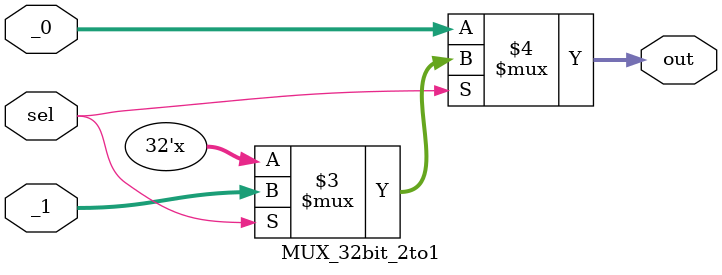
<source format=v>
`timescale 1ns / 1ps
module MUX_32bit_2to1(
    input [31:0] _0,
    input [31:0] _1,
    input sel,
    output [31:0] out
    );
	 
	assign out = (sel == 0) ? _0 :
					 (sel == 1) ? _1 :
					 32'dz;

endmodule

</source>
